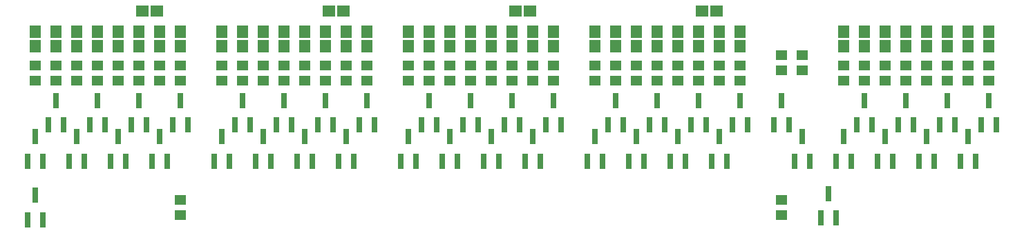
<source format=gtp>
G04 #@! TF.GenerationSoftware,KiCad,Pcbnew,(5.0.0-rc2-200-g1f6f76beb)*
G04 #@! TF.CreationDate,2018-07-18T18:35:48+02:00*
G04 #@! TF.ProjectId,bus-selector,6275732D73656C6563746F722E6B6963,rev?*
G04 #@! TF.SameCoordinates,Original*
G04 #@! TF.FileFunction,Paste,Top*
G04 #@! TF.FilePolarity,Positive*
%FSLAX46Y46*%
G04 Gerber Fmt 4.6, Leading zero omitted, Abs format (unit mm)*
G04 Created by KiCad (PCBNEW (5.0.0-rc2-200-g1f6f76beb)) date Wed Jul 18 18:35:48 2018*
%MOMM*%
%LPD*%
G01*
G04 APERTURE LIST*
%ADD10R,0.800000X1.900000*%
%ADD11R,1.400000X1.295000*%
%ADD12R,1.320000X1.520000*%
%ADD13R,1.520000X1.320000*%
G04 APERTURE END LIST*
D10*
G04 #@! TO.C,Q95*
X134620000Y-38275000D03*
X135570000Y-41275000D03*
X133670000Y-41275000D03*
G04 #@! TD*
G04 #@! TO.C,Q92*
X142240000Y-33830000D03*
X143190000Y-36830000D03*
X141290000Y-36830000D03*
G04 #@! TD*
D11*
G04 #@! TO.C,R57*
X116840000Y-47957500D03*
X116840000Y-46022500D03*
G04 #@! TD*
D10*
G04 #@! TO.C,Q89*
X121605000Y-48260000D03*
X123505000Y-48260000D03*
X122555000Y-45260000D03*
G04 #@! TD*
D12*
G04 #@! TO.C,D1*
X43180000Y-25400000D03*
X43180000Y-27160000D03*
G04 #@! TD*
G04 #@! TO.C,D2*
X40640000Y-27160000D03*
X40640000Y-25400000D03*
G04 #@! TD*
G04 #@! TO.C,D3*
X38100000Y-27160000D03*
X38100000Y-25400000D03*
G04 #@! TD*
G04 #@! TO.C,D4*
X35560000Y-25400000D03*
X35560000Y-27160000D03*
G04 #@! TD*
G04 #@! TO.C,D5*
X33020000Y-25400000D03*
X33020000Y-27160000D03*
G04 #@! TD*
G04 #@! TO.C,D6*
X30480000Y-25400000D03*
X30480000Y-27160000D03*
G04 #@! TD*
G04 #@! TO.C,D7*
X27940000Y-27160000D03*
X27940000Y-25400000D03*
G04 #@! TD*
G04 #@! TO.C,D8*
X25400000Y-25400000D03*
X25400000Y-27160000D03*
G04 #@! TD*
G04 #@! TO.C,D9*
X66040000Y-27160000D03*
X66040000Y-25400000D03*
G04 #@! TD*
G04 #@! TO.C,D10*
X63500000Y-25400000D03*
X63500000Y-27160000D03*
G04 #@! TD*
G04 #@! TO.C,D11*
X60960000Y-27160000D03*
X60960000Y-25400000D03*
G04 #@! TD*
G04 #@! TO.C,D12*
X58420000Y-25400000D03*
X58420000Y-27160000D03*
G04 #@! TD*
G04 #@! TO.C,D13*
X55880000Y-27160000D03*
X55880000Y-25400000D03*
G04 #@! TD*
G04 #@! TO.C,D14*
X53340000Y-27160000D03*
X53340000Y-25400000D03*
G04 #@! TD*
G04 #@! TO.C,D15*
X50800000Y-25400000D03*
X50800000Y-27160000D03*
G04 #@! TD*
G04 #@! TO.C,D16*
X48260000Y-25400000D03*
X48260000Y-27160000D03*
G04 #@! TD*
G04 #@! TO.C,D17*
X88900000Y-27160000D03*
X88900000Y-25400000D03*
G04 #@! TD*
G04 #@! TO.C,D18*
X86360000Y-27160000D03*
X86360000Y-25400000D03*
G04 #@! TD*
G04 #@! TO.C,D19*
X83820000Y-25400000D03*
X83820000Y-27160000D03*
G04 #@! TD*
G04 #@! TO.C,D20*
X81280000Y-25400000D03*
X81280000Y-27160000D03*
G04 #@! TD*
G04 #@! TO.C,D21*
X78740000Y-27160000D03*
X78740000Y-25400000D03*
G04 #@! TD*
G04 #@! TO.C,D22*
X76200000Y-25400000D03*
X76200000Y-27160000D03*
G04 #@! TD*
G04 #@! TO.C,D23*
X73660000Y-27160000D03*
X73660000Y-25400000D03*
G04 #@! TD*
G04 #@! TO.C,D24*
X71120000Y-27160000D03*
X71120000Y-25400000D03*
G04 #@! TD*
G04 #@! TO.C,D25*
X111760000Y-27160000D03*
X111760000Y-25400000D03*
G04 #@! TD*
G04 #@! TO.C,D26*
X109220000Y-25400000D03*
X109220000Y-27160000D03*
G04 #@! TD*
G04 #@! TO.C,D27*
X106680000Y-27160000D03*
X106680000Y-25400000D03*
G04 #@! TD*
G04 #@! TO.C,D28*
X104140000Y-25400000D03*
X104140000Y-27160000D03*
G04 #@! TD*
G04 #@! TO.C,D29*
X101600000Y-27160000D03*
X101600000Y-25400000D03*
G04 #@! TD*
G04 #@! TO.C,D30*
X99060000Y-27160000D03*
X99060000Y-25400000D03*
G04 #@! TD*
G04 #@! TO.C,D31*
X96520000Y-25400000D03*
X96520000Y-27160000D03*
G04 #@! TD*
G04 #@! TO.C,D32*
X93980000Y-25400000D03*
X93980000Y-27160000D03*
G04 #@! TD*
D13*
G04 #@! TO.C,D33*
X38490000Y-22860000D03*
X40250000Y-22860000D03*
G04 #@! TD*
G04 #@! TO.C,D34*
X61350000Y-22860000D03*
X63110000Y-22860000D03*
G04 #@! TD*
G04 #@! TO.C,D35*
X85970000Y-22860000D03*
X84210000Y-22860000D03*
G04 #@! TD*
G04 #@! TO.C,D36*
X107070000Y-22860000D03*
X108830000Y-22860000D03*
G04 #@! TD*
D12*
G04 #@! TO.C,D37*
X142240000Y-27160000D03*
X142240000Y-25400000D03*
G04 #@! TD*
G04 #@! TO.C,D38*
X139700000Y-27160000D03*
X139700000Y-25400000D03*
G04 #@! TD*
G04 #@! TO.C,D39*
X137160000Y-25400000D03*
X137160000Y-27160000D03*
G04 #@! TD*
G04 #@! TO.C,D40*
X134620000Y-25400000D03*
X134620000Y-27160000D03*
G04 #@! TD*
G04 #@! TO.C,D41*
X132080000Y-27160000D03*
X132080000Y-25400000D03*
G04 #@! TD*
G04 #@! TO.C,D42*
X129540000Y-27160000D03*
X129540000Y-25400000D03*
G04 #@! TD*
G04 #@! TO.C,D43*
X127000000Y-25400000D03*
X127000000Y-27160000D03*
G04 #@! TD*
G04 #@! TO.C,D44*
X124460000Y-27160000D03*
X124460000Y-25400000D03*
G04 #@! TD*
D10*
G04 #@! TO.C,Q84*
X100650000Y-36830000D03*
X102550000Y-36830000D03*
X101600000Y-33830000D03*
G04 #@! TD*
G04 #@! TO.C,Q85*
X98110000Y-41275000D03*
X100010000Y-41275000D03*
X99060000Y-38275000D03*
G04 #@! TD*
G04 #@! TO.C,Q86*
X95570000Y-36830000D03*
X97470000Y-36830000D03*
X96520000Y-33830000D03*
G04 #@! TD*
G04 #@! TO.C,Q87*
X93030000Y-41275000D03*
X94930000Y-41275000D03*
X93980000Y-38275000D03*
G04 #@! TD*
G04 #@! TO.C,Q90*
X118430000Y-41275000D03*
X120330000Y-41275000D03*
X119380000Y-38275000D03*
G04 #@! TD*
G04 #@! TO.C,Q91*
X115890000Y-36830000D03*
X117790000Y-36830000D03*
X116840000Y-33830000D03*
G04 #@! TD*
D11*
G04 #@! TO.C,R24*
X43180000Y-29512500D03*
X43180000Y-31447500D03*
G04 #@! TD*
G04 #@! TO.C,R25*
X40640000Y-31447500D03*
X40640000Y-29512500D03*
G04 #@! TD*
G04 #@! TO.C,R26*
X38100000Y-31447500D03*
X38100000Y-29512500D03*
G04 #@! TD*
G04 #@! TO.C,R27*
X35560000Y-31447500D03*
X35560000Y-29512500D03*
G04 #@! TD*
G04 #@! TO.C,R28*
X33020000Y-29512500D03*
X33020000Y-31447500D03*
G04 #@! TD*
G04 #@! TO.C,R29*
X30480000Y-31447500D03*
X30480000Y-29512500D03*
G04 #@! TD*
G04 #@! TO.C,R30*
X27940000Y-29512500D03*
X27940000Y-31447500D03*
G04 #@! TD*
G04 #@! TO.C,R31*
X25400000Y-31447500D03*
X25400000Y-29512500D03*
G04 #@! TD*
G04 #@! TO.C,R32*
X66040000Y-29512500D03*
X66040000Y-31447500D03*
G04 #@! TD*
G04 #@! TO.C,R33*
X63500000Y-31447500D03*
X63500000Y-29512500D03*
G04 #@! TD*
G04 #@! TO.C,R34*
X60960000Y-29512500D03*
X60960000Y-31447500D03*
G04 #@! TD*
G04 #@! TO.C,R35*
X58420000Y-31447500D03*
X58420000Y-29512500D03*
G04 #@! TD*
G04 #@! TO.C,R36*
X55880000Y-29512500D03*
X55880000Y-31447500D03*
G04 #@! TD*
G04 #@! TO.C,R37*
X53340000Y-31447500D03*
X53340000Y-29512500D03*
G04 #@! TD*
G04 #@! TO.C,R38*
X50800000Y-29512500D03*
X50800000Y-31447500D03*
G04 #@! TD*
G04 #@! TO.C,R39*
X48260000Y-31447500D03*
X48260000Y-29512500D03*
G04 #@! TD*
G04 #@! TO.C,R40*
X88900000Y-29512500D03*
X88900000Y-31447500D03*
G04 #@! TD*
G04 #@! TO.C,R41*
X86360000Y-31447500D03*
X86360000Y-29512500D03*
G04 #@! TD*
G04 #@! TO.C,R42*
X83820000Y-29512500D03*
X83820000Y-31447500D03*
G04 #@! TD*
G04 #@! TO.C,R43*
X81280000Y-31447500D03*
X81280000Y-29512500D03*
G04 #@! TD*
G04 #@! TO.C,R44*
X78740000Y-29512500D03*
X78740000Y-31447500D03*
G04 #@! TD*
G04 #@! TO.C,R45*
X76200000Y-31447500D03*
X76200000Y-29512500D03*
G04 #@! TD*
G04 #@! TO.C,R46*
X73660000Y-29512500D03*
X73660000Y-31447500D03*
G04 #@! TD*
G04 #@! TO.C,R47*
X71120000Y-31447500D03*
X71120000Y-29512500D03*
G04 #@! TD*
G04 #@! TO.C,R48*
X111760000Y-29512500D03*
X111760000Y-31447500D03*
G04 #@! TD*
G04 #@! TO.C,R49*
X109220000Y-31447500D03*
X109220000Y-29512500D03*
G04 #@! TD*
G04 #@! TO.C,R50*
X106680000Y-29512500D03*
X106680000Y-31447500D03*
G04 #@! TD*
G04 #@! TO.C,R51*
X104140000Y-31447500D03*
X104140000Y-29512500D03*
G04 #@! TD*
G04 #@! TO.C,R52*
X101600000Y-29512500D03*
X101600000Y-31447500D03*
G04 #@! TD*
G04 #@! TO.C,R53*
X99060000Y-31447500D03*
X99060000Y-29512500D03*
G04 #@! TD*
G04 #@! TO.C,R54*
X96520000Y-29512500D03*
X96520000Y-31447500D03*
G04 #@! TD*
G04 #@! TO.C,R55*
X93980000Y-29512500D03*
X93980000Y-31447500D03*
G04 #@! TD*
G04 #@! TO.C,R56*
X43180000Y-46022500D03*
X43180000Y-47957500D03*
G04 #@! TD*
G04 #@! TO.C,R58*
X119380000Y-28242500D03*
X119380000Y-30177500D03*
G04 #@! TD*
G04 #@! TO.C,R59*
X116840000Y-30177500D03*
X116840000Y-28242500D03*
G04 #@! TD*
D10*
G04 #@! TO.C,Q93*
X138750000Y-41275000D03*
X140650000Y-41275000D03*
X139700000Y-38275000D03*
G04 #@! TD*
G04 #@! TO.C,Q94*
X137160000Y-33830000D03*
X138110000Y-36830000D03*
X136210000Y-36830000D03*
G04 #@! TD*
G04 #@! TO.C,Q96*
X131130000Y-36830000D03*
X133030000Y-36830000D03*
X132080000Y-33830000D03*
G04 #@! TD*
G04 #@! TO.C,Q97*
X129540000Y-38275000D03*
X130490000Y-41275000D03*
X128590000Y-41275000D03*
G04 #@! TD*
G04 #@! TO.C,Q98*
X126050000Y-36830000D03*
X127950000Y-36830000D03*
X127000000Y-33830000D03*
G04 #@! TD*
G04 #@! TO.C,Q99*
X124460000Y-38275000D03*
X125410000Y-41275000D03*
X123510000Y-41275000D03*
G04 #@! TD*
D11*
G04 #@! TO.C,R60*
X142240000Y-31447500D03*
X142240000Y-29512500D03*
G04 #@! TD*
G04 #@! TO.C,R61*
X139700000Y-29512500D03*
X139700000Y-31447500D03*
G04 #@! TD*
G04 #@! TO.C,R62*
X137160000Y-31447500D03*
X137160000Y-29512500D03*
G04 #@! TD*
G04 #@! TO.C,R63*
X134620000Y-29512500D03*
X134620000Y-31447500D03*
G04 #@! TD*
G04 #@! TO.C,R64*
X132080000Y-31447500D03*
X132080000Y-29512500D03*
G04 #@! TD*
G04 #@! TO.C,R65*
X129540000Y-29512500D03*
X129540000Y-31447500D03*
G04 #@! TD*
G04 #@! TO.C,R66*
X127000000Y-29512500D03*
X127000000Y-31447500D03*
G04 #@! TD*
G04 #@! TO.C,R67*
X124460000Y-31447500D03*
X124460000Y-29512500D03*
G04 #@! TD*
D10*
G04 #@! TO.C,Q56*
X42230000Y-36830000D03*
X44130000Y-36830000D03*
X43180000Y-33830000D03*
G04 #@! TD*
G04 #@! TO.C,Q57*
X40640000Y-38275000D03*
X41590000Y-41275000D03*
X39690000Y-41275000D03*
G04 #@! TD*
G04 #@! TO.C,Q58*
X37150000Y-36830000D03*
X39050000Y-36830000D03*
X38100000Y-33830000D03*
G04 #@! TD*
G04 #@! TO.C,Q59*
X35560000Y-38275000D03*
X36510000Y-41275000D03*
X34610000Y-41275000D03*
G04 #@! TD*
G04 #@! TO.C,Q60*
X32070000Y-36830000D03*
X33970000Y-36830000D03*
X33020000Y-33830000D03*
G04 #@! TD*
G04 #@! TO.C,Q61*
X30480000Y-38275000D03*
X31430000Y-41275000D03*
X29530000Y-41275000D03*
G04 #@! TD*
G04 #@! TO.C,Q62*
X26990000Y-36830000D03*
X28890000Y-36830000D03*
X27940000Y-33830000D03*
G04 #@! TD*
G04 #@! TO.C,Q63*
X25400000Y-38275000D03*
X26350000Y-41275000D03*
X24450000Y-41275000D03*
G04 #@! TD*
G04 #@! TO.C,Q64*
X65090000Y-36830000D03*
X66990000Y-36830000D03*
X66040000Y-33830000D03*
G04 #@! TD*
G04 #@! TO.C,Q65*
X63500000Y-38275000D03*
X64450000Y-41275000D03*
X62550000Y-41275000D03*
G04 #@! TD*
G04 #@! TO.C,Q66*
X60010000Y-36830000D03*
X61910000Y-36830000D03*
X60960000Y-33830000D03*
G04 #@! TD*
G04 #@! TO.C,Q67*
X58420000Y-38275000D03*
X59370000Y-41275000D03*
X57470000Y-41275000D03*
G04 #@! TD*
G04 #@! TO.C,Q68*
X54930000Y-36830000D03*
X56830000Y-36830000D03*
X55880000Y-33830000D03*
G04 #@! TD*
G04 #@! TO.C,Q69*
X53340000Y-38275000D03*
X54290000Y-41275000D03*
X52390000Y-41275000D03*
G04 #@! TD*
G04 #@! TO.C,Q70*
X49850000Y-36830000D03*
X51750000Y-36830000D03*
X50800000Y-33830000D03*
G04 #@! TD*
G04 #@! TO.C,Q71*
X48260000Y-38275000D03*
X49210000Y-41275000D03*
X47310000Y-41275000D03*
G04 #@! TD*
G04 #@! TO.C,Q72*
X87950000Y-36830000D03*
X89850000Y-36830000D03*
X88900000Y-33830000D03*
G04 #@! TD*
G04 #@! TO.C,Q73*
X86360000Y-38275000D03*
X87310000Y-41275000D03*
X85410000Y-41275000D03*
G04 #@! TD*
G04 #@! TO.C,Q74*
X82870000Y-36830000D03*
X84770000Y-36830000D03*
X83820000Y-33830000D03*
G04 #@! TD*
G04 #@! TO.C,Q75*
X81280000Y-38275000D03*
X82230000Y-41275000D03*
X80330000Y-41275000D03*
G04 #@! TD*
G04 #@! TO.C,Q76*
X77790000Y-36830000D03*
X79690000Y-36830000D03*
X78740000Y-33830000D03*
G04 #@! TD*
G04 #@! TO.C,Q77*
X76200000Y-38275000D03*
X77150000Y-41275000D03*
X75250000Y-41275000D03*
G04 #@! TD*
G04 #@! TO.C,Q78*
X72710000Y-36830000D03*
X74610000Y-36830000D03*
X73660000Y-33830000D03*
G04 #@! TD*
G04 #@! TO.C,Q79*
X71120000Y-38275000D03*
X72070000Y-41275000D03*
X70170000Y-41275000D03*
G04 #@! TD*
G04 #@! TO.C,Q80*
X110810000Y-36830000D03*
X112710000Y-36830000D03*
X111760000Y-33830000D03*
G04 #@! TD*
G04 #@! TO.C,Q81*
X109220000Y-38275000D03*
X110170000Y-41275000D03*
X108270000Y-41275000D03*
G04 #@! TD*
G04 #@! TO.C,Q82*
X105730000Y-36830000D03*
X107630000Y-36830000D03*
X106680000Y-33830000D03*
G04 #@! TD*
G04 #@! TO.C,Q83*
X104140000Y-38275000D03*
X105090000Y-41275000D03*
X103190000Y-41275000D03*
G04 #@! TD*
G04 #@! TO.C,Q88*
X24450000Y-48490000D03*
X26350000Y-48490000D03*
X25400000Y-45490000D03*
G04 #@! TD*
M02*

</source>
